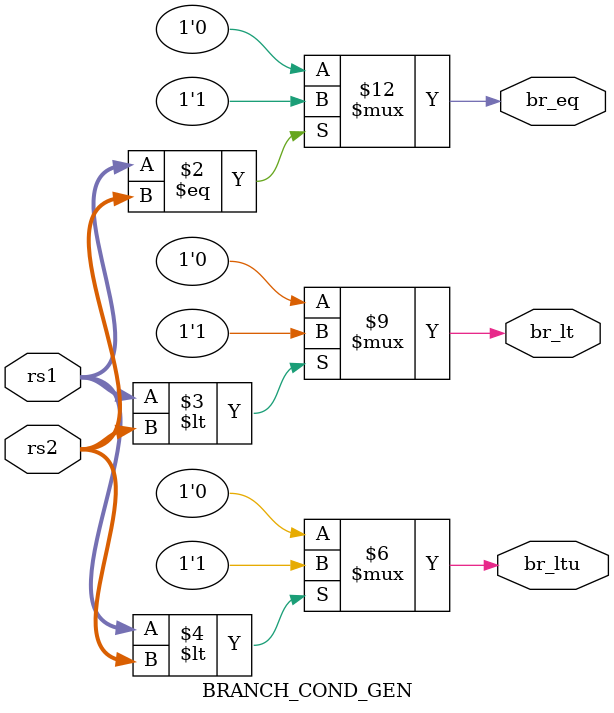
<source format=sv>
`timescale 1ns/1ps

module BRANCH_COND_GEN(
    input [31:0] rs1, //Input 1
    input [31:0] rs2, //Input 2
    output logic br_eq, //Branch if Equal
    output logic br_lt,//Branch if less than
    output logic br_ltu //Unsigned - Branch if less than
    );
    
    always_comb begin
        
        // br_eq: Branch when the two values are equal
        if (rs1 == rs2) br_eq = 1;
        else br_eq = 0;
       
        // br_lt: Check if the (signed) value of the first register is less than the second
        if ($signed(rs1) < $signed(rs2)) br_lt = 1;
        else br_lt = 0;
        
        // br_ltu: Like br_lt but unsigned arithmetic
        if (rs1 < rs2) br_ltu = 1;
        else br_ltu = 0;
        
    end
endmodule

</source>
